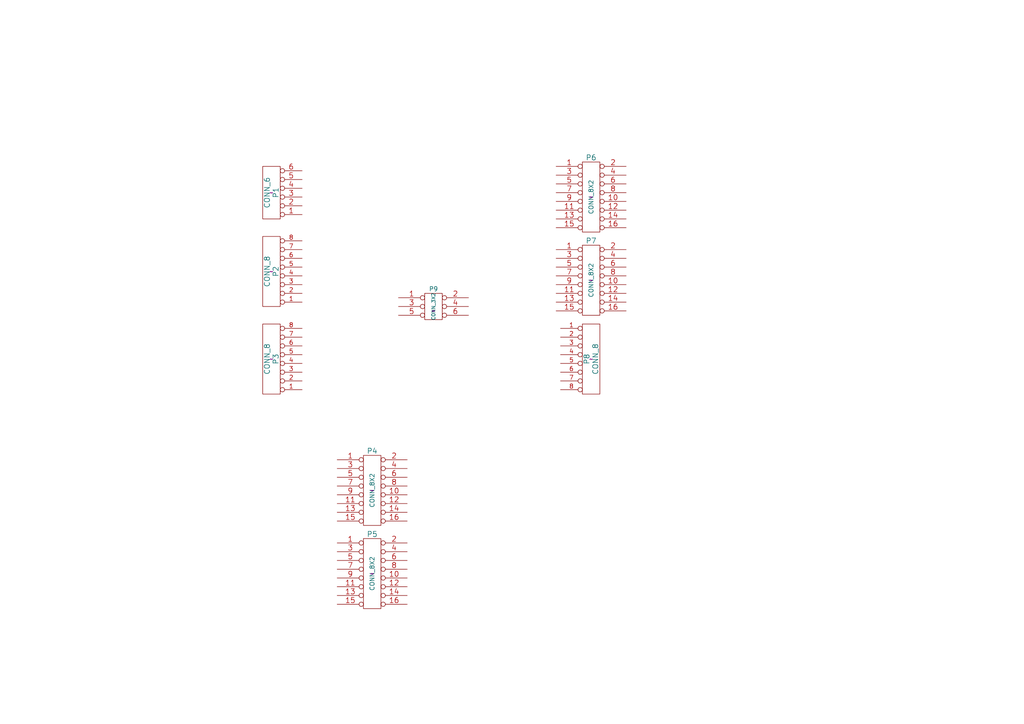
<source format=kicad_sch>
(kicad_sch (version 20230121) (generator eeschema)
  (paper "A4")
  (title_block (date "22 feb 2014"))
  (lib_symbols
    (symbol "Chipkit_Shield_Max32-rescue:CONN_3X2" (pin_names (offset 1.016) hide)
      (property "Reference" "P" (at 0 6.35 0))
      (property "Value" "CONN_3X2" (at 0 1.27 90))
      (symbol "CONN_3X2_0_1"
        (rectangle (start -2.54 5.08) (end 2.54 -2.54))
      )
      (symbol "CONN_3X2_1_1"
        (pin passive inverted (at -10.16 3.81 0) (length 7.62) (name "1") (number "1"))
        (pin passive inverted (at 10.16 3.81 180) (length 7.62) (name "2") (number "2"))
        (pin passive inverted (at -10.16 1.27 0) (length 7.62) (name "3") (number "3"))
        (pin passive inverted (at 10.16 1.27 180) (length 7.62) (name "4") (number "4"))
        (pin passive inverted (at -10.16 -1.27 0) (length 7.62) (name "5") (number "5"))
        (pin passive inverted (at 10.16 -1.27 180) (length 7.62) (name "6") (number "6"))
      )
    )
    (symbol "Chipkit_Shield_Max32-rescue:CONN_6" (pin_names (offset 0.762) hide)
      (property "Reference" "P" (at -1.27 0 90))
      (property "Value" "CONN_6" (at 1.27 0 90))
      (symbol "CONN_6_0_1"
        (rectangle (start -2.54 7.62) (end 2.54 -7.62))
      )
      (symbol "CONN_6_1_1"
        (pin passive inverted (at -8.89 6.35 0) (length 6.35) (name "1") (number "1"))
        (pin passive inverted (at -8.89 3.81 0) (length 6.35) (name "2") (number "2"))
        (pin passive inverted (at -8.89 1.27 0) (length 6.35) (name "3") (number "3"))
        (pin passive inverted (at -8.89 -1.27 0) (length 6.35) (name "4") (number "4"))
        (pin passive inverted (at -8.89 -3.81 0) (length 6.35) (name "5") (number "5"))
        (pin passive inverted (at -8.89 -6.35 0) (length 6.35) (name "6") (number "6"))
      )
    )
    (symbol "Chipkit_Shield_Max32-rescue:CONN_8" (pin_names (offset 1.016) hide)
      (property "Reference" "P" (at -1.27 0 90))
      (property "Value" "CONN_8" (at 1.27 0 90))
      (symbol "CONN_8_0_1"
        (rectangle (start -2.54 10.16) (end 2.54 -10.16))
      )
      (symbol "CONN_8_1_1"
        (pin passive inverted (at -8.89 8.89 0) (length 6.35) (name "P1") (number "1"))
        (pin passive inverted (at -8.89 6.35 0) (length 6.35) (name "P2") (number "2"))
        (pin passive inverted (at -8.89 3.81 0) (length 6.35) (name "P3") (number "3"))
        (pin passive inverted (at -8.89 1.27 0) (length 6.35) (name "P4") (number "4"))
        (pin passive inverted (at -8.89 -1.27 0) (length 6.35) (name "P5") (number "5"))
        (pin passive inverted (at -8.89 -3.81 0) (length 6.35) (name "P6") (number "6"))
        (pin passive inverted (at -8.89 -6.35 0) (length 6.35) (name "P7") (number "7"))
        (pin passive inverted (at -8.89 -8.89 0) (length 6.35) (name "P8") (number "8"))
      )
    )
    (symbol "Chipkit_Shield_Max32-rescue:CONN_8X2" (pin_names (offset 1.016))
      (property "Reference" "P" (at 0 11.43 0))
      (property "Value" "CONN_8X2" (at 0 0 90))
      (symbol "CONN_8X2_0_1"
        (rectangle (start -2.54 10.16) (end 2.54 -10.16))
      )
      (symbol "CONN_8X2_1_1"
        (pin passive inverted (at -10.16 8.89 0) (length 7.62) (name "~") (number "1"))
        (pin passive inverted (at 10.16 -1.27 180) (length 7.62) (name "~") (number "10"))
        (pin passive inverted (at -10.16 -3.81 0) (length 7.62) (name "~") (number "11"))
        (pin passive inverted (at 10.16 -3.81 180) (length 7.62) (name "~") (number "12"))
        (pin passive inverted (at -10.16 -6.35 0) (length 7.62) (name "~") (number "13"))
        (pin passive inverted (at 10.16 -6.35 180) (length 7.62) (name "~") (number "14"))
        (pin passive inverted (at -10.16 -8.89 0) (length 7.62) (name "~") (number "15"))
        (pin passive inverted (at 10.16 -8.89 180) (length 7.62) (name "~") (number "16"))
        (pin passive inverted (at 10.16 8.89 180) (length 7.62) (name "~") (number "2"))
        (pin passive inverted (at -10.16 6.35 0) (length 7.62) (name "~") (number "3"))
        (pin passive inverted (at 10.16 6.35 180) (length 7.62) (name "~") (number "4"))
        (pin passive inverted (at -10.16 3.81 0) (length 7.62) (name "~") (number "5"))
        (pin passive inverted (at 10.16 3.81 180) (length 7.62) (name "~") (number "6"))
        (pin passive inverted (at -10.16 1.27 0) (length 7.62) (name "~") (number "7"))
        (pin passive inverted (at 10.16 1.27 180) (length 7.62) (name "~") (number "8"))
        (pin passive inverted (at -10.16 -1.27 0) (length 7.62) (name "~") (number "9"))
      )
    )
  )
  (symbol (lib_id "Chipkit_Shield_Max32-rescue:CONN_6") (at 78.74 55.88 180) (unit 1)
    (property "Reference" "P1" (at 80.01 55.88 90) (effects (font (size 1.524 1.524))))
    (property "Value" "CONN_6" (at 77.47 55.88 90) (effects (font (size 1.524 1.524))))
    (property "Footprint" "~" (at 78.74 55.88 0) (effects (font (size 1.524 1.524))))
    (property "Datasheet" "~" (at 78.74 55.88 0) (effects (font (size 1.524 1.524))))
  )
  (symbol (lib_id "Chipkit_Shield_Max32-rescue:CONN_8") (at 78.74 78.74 180) (unit 1)
    (property "Reference" "P2" (at 80.01 78.74 90) (effects (font (size 1.524 1.524))))
    (property "Value" "CONN_8" (at 77.47 78.74 90) (effects (font (size 1.524 1.524))))
    (property "Footprint" "~" (at 78.74 78.74 0) (effects (font (size 1.524 1.524))))
    (property "Datasheet" "~" (at 78.74 78.74 0) (effects (font (size 1.524 1.524))))
  )
  (symbol (lib_id "Chipkit_Shield_Max32-rescue:CONN_8") (at 78.74 104.14 180) (unit 1)
    (property "Reference" "P3" (at 80.01 104.14 90) (effects (font (size 1.524 1.524))))
    (property "Value" "CONN_8" (at 77.47 104.14 90) (effects (font (size 1.524 1.524))))
    (property "Footprint" "~" (at 78.74 104.14 0) (effects (font (size 1.524 1.524))))
    (property "Datasheet" "~" (at 78.74 104.14 0) (effects (font (size 1.524 1.524))))
  )
  (symbol (lib_id "Chipkit_Shield_Max32-rescue:CONN_8") (at 171.45 104.14 0) (unit 1)
    (property "Reference" "P8" (at 170.18 104.14 90) (effects (font (size 1.524 1.524))))
    (property "Value" "CONN_8" (at 172.72 104.14 90) (effects (font (size 1.524 1.524))))
    (property "Footprint" "~" (at 171.45 104.14 0) (effects (font (size 1.524 1.524))))
    (property "Datasheet" "~" (at 171.45 104.14 0) (effects (font (size 1.524 1.524))))
  )
  (symbol (lib_id "Chipkit_Shield_Max32-rescue:CONN_8X2") (at 171.45 81.28 0) (unit 1)
    (property "Reference" "P7" (at 171.45 69.85 0) (effects (font (size 1.524 1.524))))
    (property "Value" "CONN_8X2" (at 171.45 81.28 90))
    (property "Footprint" "~" (at 171.45 81.28 0) (effects (font (size 1.524 1.524))))
    (property "Datasheet" "~" (at 171.45 81.28 0) (effects (font (size 1.524 1.524))))
  )
  (symbol (lib_id "Chipkit_Shield_Max32-rescue:CONN_8X2") (at 171.45 57.15 0) (unit 1)
    (property "Reference" "P6" (at 171.45 45.72 0) (effects (font (size 1.524 1.524))))
    (property "Value" "CONN_8X2" (at 171.45 57.15 90))
    (property "Footprint" "~" (at 171.45 57.15 0) (effects (font (size 1.524 1.524))))
    (property "Datasheet" "~" (at 171.45 57.15 0) (effects (font (size 1.524 1.524))))
  )
  (symbol (lib_id "Chipkit_Shield_Max32-rescue:CONN_8X2") (at 107.95 142.24 0) (unit 1)
    (property "Reference" "P4" (at 107.95 130.81 0) (effects (font (size 1.524 1.524))))
    (property "Value" "CONN_8X2" (at 107.95 142.24 90))
    (property "Footprint" "~" (at 107.95 142.24 0) (effects (font (size 1.524 1.524))))
    (property "Datasheet" "~" (at 107.95 142.24 0) (effects (font (size 1.524 1.524))))
  )
  (symbol (lib_id "Chipkit_Shield_Max32-rescue:CONN_8X2") (at 107.95 166.37 0) (unit 1)
    (property "Reference" "P5" (at 107.95 154.94 0) (effects (font (size 1.524 1.524))))
    (property "Value" "CONN_8X2" (at 107.95 166.37 90))
    (property "Footprint" "~" (at 107.95 166.37 0) (effects (font (size 1.524 1.524))))
    (property "Datasheet" "~" (at 107.95 166.37 0) (effects (font (size 1.524 1.524))))
  )
  (symbol (lib_id "Chipkit_Shield_Max32-rescue:CONN_3X2") (at 125.73 90.17 0) (unit 1)
    (property "Reference" "P9" (at 125.73 83.82 0))
    (property "Value" "CONN_3X2" (at 125.73 88.9 90) (effects (font (size 1.016 1.016))))
    (property "Footprint" "~" (at 125.73 90.17 0) (effects (font (size 1.524 1.524))))
    (property "Datasheet" "~" (at 125.73 90.17 0) (effects (font (size 1.524 1.524))))
  )
)
</source>
